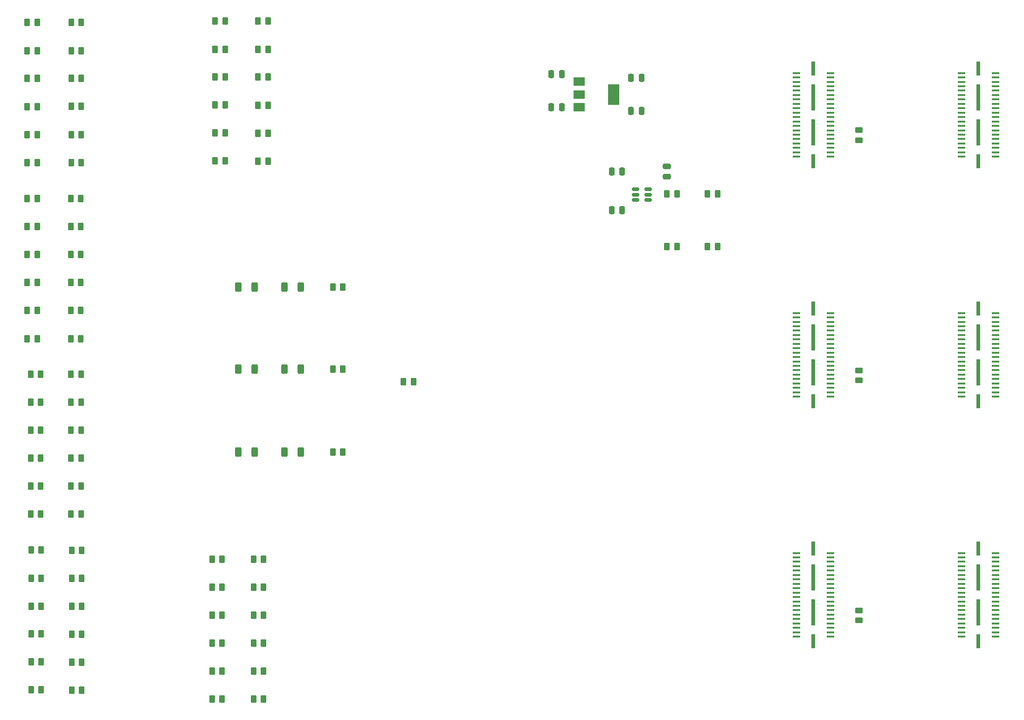
<source format=gbr>
%TF.GenerationSoftware,KiCad,Pcbnew,(6.0.11-0)*%
%TF.CreationDate,2023-06-11T17:05:38-04:00*%
%TF.ProjectId,Mux64,4d757836-342e-46b6-9963-61645f706362,rev?*%
%TF.SameCoordinates,Original*%
%TF.FileFunction,Paste,Top*%
%TF.FilePolarity,Positive*%
%FSLAX46Y46*%
G04 Gerber Fmt 4.6, Leading zero omitted, Abs format (unit mm)*
G04 Created by KiCad (PCBNEW (6.0.11-0)) date 2023-06-11 17:05:38*
%MOMM*%
%LPD*%
G01*
G04 APERTURE LIST*
G04 Aperture macros list*
%AMRoundRect*
0 Rectangle with rounded corners*
0 $1 Rounding radius*
0 $2 $3 $4 $5 $6 $7 $8 $9 X,Y pos of 4 corners*
0 Add a 4 corners polygon primitive as box body*
4,1,4,$2,$3,$4,$5,$6,$7,$8,$9,$2,$3,0*
0 Add four circle primitives for the rounded corners*
1,1,$1+$1,$2,$3*
1,1,$1+$1,$4,$5*
1,1,$1+$1,$6,$7*
1,1,$1+$1,$8,$9*
0 Add four rect primitives between the rounded corners*
20,1,$1+$1,$2,$3,$4,$5,0*
20,1,$1+$1,$4,$5,$6,$7,0*
20,1,$1+$1,$6,$7,$8,$9,0*
20,1,$1+$1,$8,$9,$2,$3,0*%
G04 Aperture macros list end*
%ADD10RoundRect,0.250000X0.262500X0.450000X-0.262500X0.450000X-0.262500X-0.450000X0.262500X-0.450000X0*%
%ADD11RoundRect,0.250000X0.312500X0.625000X-0.312500X0.625000X-0.312500X-0.625000X0.312500X-0.625000X0*%
%ADD12RoundRect,0.250000X0.250000X0.475000X-0.250000X0.475000X-0.250000X-0.475000X0.250000X-0.475000X0*%
%ADD13RoundRect,0.150000X-0.512500X-0.150000X0.512500X-0.150000X0.512500X0.150000X-0.512500X0.150000X0*%
%ADD14RoundRect,0.250000X0.450000X-0.262500X0.450000X0.262500X-0.450000X0.262500X-0.450000X-0.262500X0*%
%ADD15RoundRect,0.250000X-0.250000X-0.475000X0.250000X-0.475000X0.250000X0.475000X-0.250000X0.475000X0*%
%ADD16RoundRect,0.250000X-0.262500X-0.450000X0.262500X-0.450000X0.262500X0.450000X-0.262500X0.450000X0*%
%ADD17RoundRect,0.250000X-0.475000X0.250000X-0.475000X-0.250000X0.475000X-0.250000X0.475000X0.250000X0*%
%ADD18R,2.000000X1.500000*%
%ADD19R,2.000000X3.800000*%
%ADD20R,1.450000X0.460000*%
%ADD21R,0.640000X2.540000*%
%ADD22R,0.640000X4.700000*%
G04 APERTURE END LIST*
D10*
%TO.C,R46*%
X111152500Y-147490000D03*
X109327500Y-147490000D03*
%TD*%
%TO.C,R98*%
X78045000Y-29660000D03*
X76220000Y-29660000D03*
%TD*%
%TO.C,R39*%
X78002500Y-118943600D03*
X76177500Y-118943600D03*
%TD*%
D11*
%TO.C,R22*%
X109477500Y-77680000D03*
X106552500Y-77680000D03*
%TD*%
D12*
%TO.C,C1*%
X165270000Y-45020000D03*
X163370000Y-45020000D03*
%TD*%
D10*
%TO.C,R108*%
X70052500Y-39820000D03*
X68227500Y-39820000D03*
%TD*%
D13*
%TO.C,U2*%
X178672500Y-59970000D03*
X178672500Y-60920000D03*
X178672500Y-61870000D03*
X180947500Y-61870000D03*
X180947500Y-60920000D03*
X180947500Y-59970000D03*
%TD*%
D14*
%TO.C,R2*%
X219230000Y-51052500D03*
X219230000Y-49227500D03*
%TD*%
D10*
%TO.C,R97*%
X78045000Y-34780000D03*
X76220000Y-34780000D03*
%TD*%
%TO.C,R58*%
X103622500Y-147500000D03*
X101797500Y-147500000D03*
%TD*%
D15*
%TO.C,C3*%
X177870000Y-39720000D03*
X179770000Y-39720000D03*
%TD*%
D10*
%TO.C,R84*%
X70052500Y-71820000D03*
X68227500Y-71820000D03*
%TD*%
%TO.C,R109*%
X70052500Y-34790000D03*
X68227500Y-34790000D03*
%TD*%
%TO.C,R82*%
X70052500Y-81970000D03*
X68227500Y-81970000D03*
%TD*%
%TO.C,R29*%
X70752500Y-140742800D03*
X68927500Y-140742800D03*
%TD*%
D11*
%TO.C,R14*%
X109477500Y-107660000D03*
X106552500Y-107660000D03*
%TD*%
%TO.C,R12*%
X117867500Y-92620000D03*
X114942500Y-92620000D03*
%TD*%
D10*
%TO.C,R70*%
X77970000Y-81940000D03*
X76145000Y-81940000D03*
%TD*%
D16*
%TO.C,R5*%
X191739500Y-70317000D03*
X193564500Y-70317000D03*
%TD*%
D10*
%TO.C,R92*%
X111952500Y-34550000D03*
X110127500Y-34550000D03*
%TD*%
D11*
%TO.C,R11*%
X117867500Y-107660000D03*
X114942500Y-107660000D03*
%TD*%
D10*
%TO.C,R27*%
X70752500Y-150902800D03*
X68927500Y-150902800D03*
%TD*%
%TO.C,R40*%
X111152500Y-152550000D03*
X109327500Y-152550000D03*
%TD*%
D17*
%TO.C,C8*%
X184320000Y-55770000D03*
X184320000Y-57670000D03*
%TD*%
D12*
%TO.C,C5*%
X176270000Y-56720000D03*
X174370000Y-56720000D03*
%TD*%
D10*
%TO.C,R64*%
X77970000Y-87080000D03*
X76145000Y-87080000D03*
%TD*%
%TO.C,R48*%
X111152500Y-137340000D03*
X109327500Y-137340000D03*
%TD*%
%TO.C,R16*%
X78112500Y-145838800D03*
X76287500Y-145838800D03*
%TD*%
%TO.C,R28*%
X70752500Y-145822800D03*
X68927500Y-145822800D03*
%TD*%
%TO.C,R55*%
X70662500Y-98651000D03*
X68837500Y-98651000D03*
%TD*%
%TO.C,R42*%
X78002500Y-108825800D03*
X76177500Y-108825800D03*
%TD*%
%TO.C,R18*%
X78112500Y-135704200D03*
X76287500Y-135704200D03*
%TD*%
D18*
%TO.C,U1*%
X168420000Y-40420000D03*
D19*
X174720000Y-42720000D03*
D18*
X168420000Y-42720000D03*
X168420000Y-45020000D03*
%TD*%
D10*
%TO.C,R87*%
X111952500Y-54830000D03*
X110127500Y-54830000D03*
%TD*%
D20*
%TO.C,J1*%
X207860000Y-141230000D03*
X214040000Y-141230000D03*
X207860000Y-140430000D03*
X214040000Y-140430000D03*
X207860000Y-139630000D03*
X214040000Y-139630000D03*
X207860000Y-138830000D03*
X214040000Y-138830000D03*
X207860000Y-138030000D03*
X214040000Y-138030000D03*
X207860000Y-137230000D03*
X214040000Y-137230000D03*
X207860000Y-136430000D03*
X214040000Y-136430000D03*
X207860000Y-135630000D03*
X214040000Y-135630000D03*
X207860000Y-134830000D03*
X214040000Y-134830000D03*
X207860000Y-134030000D03*
X214040000Y-134030000D03*
X207860000Y-133230000D03*
X214040000Y-133230000D03*
X207860000Y-132430000D03*
X214040000Y-132430000D03*
X207860000Y-131630000D03*
X214040000Y-131630000D03*
X207860000Y-130830000D03*
X214040000Y-130830000D03*
X207860000Y-130030000D03*
X214040000Y-130030000D03*
X207860000Y-129230000D03*
X214040000Y-129230000D03*
X207860000Y-128430000D03*
X214040000Y-128430000D03*
X207860000Y-127630000D03*
X214040000Y-127630000D03*
X207860000Y-126830000D03*
X214040000Y-126830000D03*
X207860000Y-126030000D03*
X214040000Y-126030000D03*
D21*
X210950000Y-142075000D03*
D22*
X210950000Y-136805000D03*
X210950000Y-130455000D03*
D21*
X210950000Y-125185000D03*
%TD*%
D10*
%TO.C,R90*%
X111952500Y-44670000D03*
X110127500Y-44670000D03*
%TD*%
%TO.C,R106*%
X70052500Y-50020000D03*
X68227500Y-50020000D03*
%TD*%
D11*
%TO.C,R21*%
X109477500Y-92620000D03*
X106552500Y-92620000D03*
%TD*%
D14*
%TO.C,R3*%
X219230000Y-94662500D03*
X219230000Y-92837500D03*
%TD*%
D10*
%TO.C,R94*%
X78045000Y-50010000D03*
X76220000Y-50010000D03*
%TD*%
%TO.C,R17*%
X78112500Y-140758800D03*
X76287500Y-140758800D03*
%TD*%
%TO.C,R59*%
X103622500Y-142400000D03*
X101797500Y-142400000D03*
%TD*%
%TO.C,R107*%
X70052500Y-44920000D03*
X68227500Y-44920000D03*
%TD*%
%TO.C,R23*%
X138380000Y-94920000D03*
X136555000Y-94920000D03*
%TD*%
%TO.C,R103*%
X104182500Y-34520000D03*
X102357500Y-34520000D03*
%TD*%
%TO.C,R54*%
X70662500Y-103733400D03*
X68837500Y-103733400D03*
%TD*%
D12*
%TO.C,C2*%
X165270000Y-39020000D03*
X163370000Y-39020000D03*
%TD*%
D10*
%TO.C,R32*%
X70752500Y-125502800D03*
X68927500Y-125502800D03*
%TD*%
%TO.C,R57*%
X103622500Y-152560000D03*
X101797500Y-152560000D03*
%TD*%
%TO.C,R8*%
X125527500Y-107660000D03*
X123702500Y-107660000D03*
%TD*%
%TO.C,R60*%
X103622500Y-137350000D03*
X101797500Y-137350000D03*
%TD*%
%TO.C,R15*%
X78112500Y-150918800D03*
X76287500Y-150918800D03*
%TD*%
%TO.C,R85*%
X70052500Y-66740000D03*
X68227500Y-66740000D03*
%TD*%
%TO.C,R50*%
X111152500Y-127160000D03*
X109327500Y-127160000D03*
%TD*%
%TO.C,R30*%
X70752500Y-135688200D03*
X68927500Y-135688200D03*
%TD*%
%TO.C,R62*%
X103622500Y-127170000D03*
X101797500Y-127170000D03*
%TD*%
%TO.C,R6*%
X186223900Y-70317000D03*
X184398900Y-70317000D03*
%TD*%
%TO.C,R99*%
X104182500Y-54800000D03*
X102357500Y-54800000D03*
%TD*%
%TO.C,R20*%
X78112500Y-125518800D03*
X76287500Y-125518800D03*
%TD*%
D11*
%TO.C,R13*%
X117867500Y-77680000D03*
X114942500Y-77680000D03*
%TD*%
D10*
%TO.C,R61*%
X103622500Y-132240000D03*
X101797500Y-132240000D03*
%TD*%
%TO.C,R95*%
X78045000Y-44910000D03*
X76220000Y-44910000D03*
%TD*%
%TO.C,R71*%
X77970000Y-76870000D03*
X76145000Y-76870000D03*
%TD*%
%TO.C,R53*%
X70662500Y-108825800D03*
X68837500Y-108825800D03*
%TD*%
D20*
%TO.C,J4*%
X237860000Y-54030000D03*
X244040000Y-54030000D03*
X237860000Y-53230000D03*
X244040000Y-53230000D03*
X237860000Y-52430000D03*
X244040000Y-52430000D03*
X237860000Y-51630000D03*
X244040000Y-51630000D03*
X237860000Y-50830000D03*
X244040000Y-50830000D03*
X237860000Y-50030000D03*
X244040000Y-50030000D03*
X237860000Y-49230000D03*
X244040000Y-49230000D03*
X237860000Y-48430000D03*
X244040000Y-48430000D03*
X237860000Y-47630000D03*
X244040000Y-47630000D03*
X237860000Y-46830000D03*
X244040000Y-46830000D03*
X237860000Y-46030000D03*
X244040000Y-46030000D03*
X237860000Y-45230000D03*
X244040000Y-45230000D03*
X237860000Y-44430000D03*
X244040000Y-44430000D03*
X237860000Y-43630000D03*
X244040000Y-43630000D03*
X237860000Y-42830000D03*
X244040000Y-42830000D03*
X237860000Y-42030000D03*
X244040000Y-42030000D03*
X237860000Y-41230000D03*
X244040000Y-41230000D03*
X237860000Y-40430000D03*
X244040000Y-40430000D03*
X237860000Y-39630000D03*
X244040000Y-39630000D03*
X237860000Y-38830000D03*
X244040000Y-38830000D03*
D21*
X240950000Y-54875000D03*
D22*
X240950000Y-49605000D03*
X240950000Y-43255000D03*
D21*
X240950000Y-37985000D03*
%TD*%
D10*
%TO.C,R91*%
X111952500Y-39560000D03*
X110127500Y-39560000D03*
%TD*%
%TO.C,R73*%
X77970000Y-66710000D03*
X76145000Y-66710000D03*
%TD*%
%TO.C,R93*%
X111952500Y-29410000D03*
X110127500Y-29410000D03*
%TD*%
%TO.C,R43*%
X78002500Y-103733400D03*
X76177500Y-103733400D03*
%TD*%
%TO.C,R10*%
X125527500Y-77680000D03*
X123702500Y-77680000D03*
%TD*%
%TO.C,R45*%
X78002500Y-93554200D03*
X76177500Y-93554200D03*
%TD*%
%TO.C,R102*%
X104182500Y-39530000D03*
X102357500Y-39530000D03*
%TD*%
%TO.C,R110*%
X70052500Y-29670000D03*
X68227500Y-29670000D03*
%TD*%
%TO.C,R96*%
X78045000Y-39810000D03*
X76220000Y-39810000D03*
%TD*%
D20*
%TO.C,J5*%
X207860000Y-97630000D03*
X214040000Y-97630000D03*
X207860000Y-96830000D03*
X214040000Y-96830000D03*
X207860000Y-96030000D03*
X214040000Y-96030000D03*
X207860000Y-95230000D03*
X214040000Y-95230000D03*
X207860000Y-94430000D03*
X214040000Y-94430000D03*
X207860000Y-93630000D03*
X214040000Y-93630000D03*
X207860000Y-92830000D03*
X214040000Y-92830000D03*
X207860000Y-92030000D03*
X214040000Y-92030000D03*
X207860000Y-91230000D03*
X214040000Y-91230000D03*
X207860000Y-90430000D03*
X214040000Y-90430000D03*
X207860000Y-89630000D03*
X214040000Y-89630000D03*
X207860000Y-88830000D03*
X214040000Y-88830000D03*
X207860000Y-88030000D03*
X214040000Y-88030000D03*
X207860000Y-87230000D03*
X214040000Y-87230000D03*
X207860000Y-86430000D03*
X214040000Y-86430000D03*
X207860000Y-85630000D03*
X214040000Y-85630000D03*
X207860000Y-84830000D03*
X214040000Y-84830000D03*
X207860000Y-84030000D03*
X214040000Y-84030000D03*
X207860000Y-83230000D03*
X214040000Y-83230000D03*
X207860000Y-82430000D03*
X214040000Y-82430000D03*
D21*
X210950000Y-98475000D03*
D22*
X210950000Y-93205000D03*
X210950000Y-86855000D03*
D21*
X210950000Y-81585000D03*
%TD*%
D20*
%TO.C,J6*%
X237860000Y-97630000D03*
X244040000Y-97630000D03*
X237860000Y-96830000D03*
X244040000Y-96830000D03*
X237860000Y-96030000D03*
X244040000Y-96030000D03*
X237860000Y-95230000D03*
X244040000Y-95230000D03*
X237860000Y-94430000D03*
X244040000Y-94430000D03*
X237860000Y-93630000D03*
X244040000Y-93630000D03*
X237860000Y-92830000D03*
X244040000Y-92830000D03*
X237860000Y-92030000D03*
X244040000Y-92030000D03*
X237860000Y-91230000D03*
X244040000Y-91230000D03*
X237860000Y-90430000D03*
X244040000Y-90430000D03*
X237860000Y-89630000D03*
X244040000Y-89630000D03*
X237860000Y-88830000D03*
X244040000Y-88830000D03*
X237860000Y-88030000D03*
X244040000Y-88030000D03*
X237860000Y-87230000D03*
X244040000Y-87230000D03*
X237860000Y-86430000D03*
X244040000Y-86430000D03*
X237860000Y-85630000D03*
X244040000Y-85630000D03*
X237860000Y-84830000D03*
X244040000Y-84830000D03*
X237860000Y-84030000D03*
X244040000Y-84030000D03*
X237860000Y-83230000D03*
X244040000Y-83230000D03*
X237860000Y-82430000D03*
X244040000Y-82430000D03*
D21*
X240950000Y-98475000D03*
D22*
X240950000Y-93205000D03*
X240950000Y-86855000D03*
D21*
X240950000Y-81585000D03*
%TD*%
D10*
%TO.C,R9*%
X125527500Y-92620000D03*
X123702500Y-92620000D03*
%TD*%
%TO.C,R74*%
X77970000Y-61620000D03*
X76145000Y-61620000D03*
%TD*%
%TO.C,R41*%
X78002500Y-113889000D03*
X76177500Y-113889000D03*
%TD*%
%TO.C,R51*%
X70662500Y-118943600D03*
X68837500Y-118943600D03*
%TD*%
D20*
%TO.C,J2*%
X207860000Y-54030000D03*
X214040000Y-54030000D03*
X207860000Y-53230000D03*
X214040000Y-53230000D03*
X207860000Y-52430000D03*
X214040000Y-52430000D03*
X207860000Y-51630000D03*
X214040000Y-51630000D03*
X207860000Y-50830000D03*
X214040000Y-50830000D03*
X207860000Y-50030000D03*
X214040000Y-50030000D03*
X207860000Y-49230000D03*
X214040000Y-49230000D03*
X207860000Y-48430000D03*
X214040000Y-48430000D03*
X207860000Y-47630000D03*
X214040000Y-47630000D03*
X207860000Y-46830000D03*
X214040000Y-46830000D03*
X207860000Y-46030000D03*
X214040000Y-46030000D03*
X207860000Y-45230000D03*
X214040000Y-45230000D03*
X207860000Y-44430000D03*
X214040000Y-44430000D03*
X207860000Y-43630000D03*
X214040000Y-43630000D03*
X207860000Y-42830000D03*
X214040000Y-42830000D03*
X207860000Y-42030000D03*
X214040000Y-42030000D03*
X207860000Y-41230000D03*
X214040000Y-41230000D03*
X207860000Y-40430000D03*
X214040000Y-40430000D03*
X207860000Y-39630000D03*
X214040000Y-39630000D03*
X207860000Y-38830000D03*
X214040000Y-38830000D03*
D21*
X210950000Y-54875000D03*
D22*
X210950000Y-49605000D03*
X210950000Y-43255000D03*
D21*
X210950000Y-37985000D03*
%TD*%
D10*
%TO.C,R52*%
X70662500Y-113889000D03*
X68837500Y-113889000D03*
%TD*%
D20*
%TO.C,J3*%
X237860000Y-141230000D03*
X244040000Y-141230000D03*
X237860000Y-140430000D03*
X244040000Y-140430000D03*
X237860000Y-139630000D03*
X244040000Y-139630000D03*
X237860000Y-138830000D03*
X244040000Y-138830000D03*
X237860000Y-138030000D03*
X244040000Y-138030000D03*
X237860000Y-137230000D03*
X244040000Y-137230000D03*
X237860000Y-136430000D03*
X244040000Y-136430000D03*
X237860000Y-135630000D03*
X244040000Y-135630000D03*
X237860000Y-134830000D03*
X244040000Y-134830000D03*
X237860000Y-134030000D03*
X244040000Y-134030000D03*
X237860000Y-133230000D03*
X244040000Y-133230000D03*
X237860000Y-132430000D03*
X244040000Y-132430000D03*
X237860000Y-131630000D03*
X244040000Y-131630000D03*
X237860000Y-130830000D03*
X244040000Y-130830000D03*
X237860000Y-130030000D03*
X244040000Y-130030000D03*
X237860000Y-129230000D03*
X244040000Y-129230000D03*
X237860000Y-128430000D03*
X244040000Y-128430000D03*
X237860000Y-127630000D03*
X244040000Y-127630000D03*
X237860000Y-126830000D03*
X244040000Y-126830000D03*
X237860000Y-126030000D03*
X244040000Y-126030000D03*
D21*
X240950000Y-142075000D03*
D22*
X240950000Y-136805000D03*
X240950000Y-130455000D03*
D21*
X240950000Y-125185000D03*
%TD*%
D16*
%TO.C,R7*%
X191739500Y-60817400D03*
X193564500Y-60817400D03*
%TD*%
D10*
%TO.C,R31*%
X70752500Y-130608200D03*
X68927500Y-130608200D03*
%TD*%
%TO.C,R83*%
X70052500Y-76900000D03*
X68227500Y-76900000D03*
%TD*%
%TO.C,R88*%
X78045000Y-55080000D03*
X76220000Y-55080000D03*
%TD*%
%TO.C,R72*%
X77970000Y-71790000D03*
X76145000Y-71790000D03*
%TD*%
D16*
%TO.C,R4*%
X184398900Y-60817400D03*
X186223900Y-60817400D03*
%TD*%
D15*
%TO.C,C4*%
X177870000Y-45720000D03*
X179770000Y-45720000D03*
%TD*%
D10*
%TO.C,R100*%
X104182500Y-49710000D03*
X102357500Y-49710000D03*
%TD*%
%TO.C,R47*%
X111152500Y-142390000D03*
X109327500Y-142390000D03*
%TD*%
%TO.C,R49*%
X111152500Y-132230000D03*
X109327500Y-132230000D03*
%TD*%
%TO.C,R86*%
X70052500Y-61650000D03*
X68227500Y-61650000D03*
%TD*%
D14*
%TO.C,R1*%
X219230000Y-138272500D03*
X219230000Y-136447500D03*
%TD*%
D10*
%TO.C,R104*%
X104182500Y-29380000D03*
X102357500Y-29380000D03*
%TD*%
%TO.C,R19*%
X78112500Y-130624200D03*
X76287500Y-130624200D03*
%TD*%
%TO.C,R44*%
X78002500Y-98651000D03*
X76177500Y-98651000D03*
%TD*%
%TO.C,R101*%
X104182500Y-44640000D03*
X102357500Y-44640000D03*
%TD*%
%TO.C,R89*%
X111952500Y-49740000D03*
X110127500Y-49740000D03*
%TD*%
%TO.C,R56*%
X70662500Y-93554200D03*
X68837500Y-93554200D03*
%TD*%
D12*
%TO.C,C6*%
X176270000Y-63720000D03*
X174370000Y-63720000D03*
%TD*%
D10*
%TO.C,R105*%
X70052500Y-55090000D03*
X68227500Y-55090000D03*
%TD*%
%TO.C,R81*%
X70052500Y-87110000D03*
X68227500Y-87110000D03*
%TD*%
M02*

</source>
